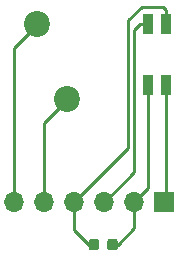
<source format=gbr>
G04 #@! TF.GenerationSoftware,KiCad,Pcbnew,(5.1.5-0-10_14)*
G04 #@! TF.CreationDate,2020-01-26T21:02:46+01:00*
G04 #@! TF.ProjectId,Cherry MX Breakout Board (Mill-Max-7305),43686572-7279-4204-9d58-20427265616b,v1*
G04 #@! TF.SameCoordinates,Original*
G04 #@! TF.FileFunction,Copper,L2,Bot*
G04 #@! TF.FilePolarity,Positive*
%FSLAX46Y46*%
G04 Gerber Fmt 4.6, Leading zero omitted, Abs format (unit mm)*
G04 Created by KiCad (PCBNEW (5.1.5-0-10_14)) date 2020-01-26 21:02:46*
%MOMM*%
%LPD*%
G04 APERTURE LIST*
%ADD10R,0.900000X1.800000*%
%ADD11C,2.200000*%
%ADD12R,1.700000X1.700000*%
%ADD13O,1.700000X1.700000*%
%ADD14C,0.100000*%
%ADD15C,0.250000*%
G04 APERTURE END LIST*
D10*
X157716000Y-102810000D03*
X159216000Y-102810000D03*
X159216000Y-108010000D03*
X157716000Y-108010000D03*
D11*
X148336000Y-102870000D03*
X150876000Y-109220000D03*
D12*
X159092000Y-117946000D03*
D13*
X156552000Y-117946000D03*
X154012000Y-117946000D03*
X151472000Y-117946000D03*
X148932000Y-117946000D03*
X146392000Y-117946000D03*
G04 #@! TA.AperFunction,SMDPad,CuDef*
D14*
G36*
X154947691Y-121046053D02*
G01*
X154968926Y-121049203D01*
X154989750Y-121054419D01*
X155009962Y-121061651D01*
X155029368Y-121070830D01*
X155047781Y-121081866D01*
X155065024Y-121094654D01*
X155080930Y-121109070D01*
X155095346Y-121124976D01*
X155108134Y-121142219D01*
X155119170Y-121160632D01*
X155128349Y-121180038D01*
X155135581Y-121200250D01*
X155140797Y-121221074D01*
X155143947Y-121242309D01*
X155145000Y-121263750D01*
X155145000Y-121776250D01*
X155143947Y-121797691D01*
X155140797Y-121818926D01*
X155135581Y-121839750D01*
X155128349Y-121859962D01*
X155119170Y-121879368D01*
X155108134Y-121897781D01*
X155095346Y-121915024D01*
X155080930Y-121930930D01*
X155065024Y-121945346D01*
X155047781Y-121958134D01*
X155029368Y-121969170D01*
X155009962Y-121978349D01*
X154989750Y-121985581D01*
X154968926Y-121990797D01*
X154947691Y-121993947D01*
X154926250Y-121995000D01*
X154488750Y-121995000D01*
X154467309Y-121993947D01*
X154446074Y-121990797D01*
X154425250Y-121985581D01*
X154405038Y-121978349D01*
X154385632Y-121969170D01*
X154367219Y-121958134D01*
X154349976Y-121945346D01*
X154334070Y-121930930D01*
X154319654Y-121915024D01*
X154306866Y-121897781D01*
X154295830Y-121879368D01*
X154286651Y-121859962D01*
X154279419Y-121839750D01*
X154274203Y-121818926D01*
X154271053Y-121797691D01*
X154270000Y-121776250D01*
X154270000Y-121263750D01*
X154271053Y-121242309D01*
X154274203Y-121221074D01*
X154279419Y-121200250D01*
X154286651Y-121180038D01*
X154295830Y-121160632D01*
X154306866Y-121142219D01*
X154319654Y-121124976D01*
X154334070Y-121109070D01*
X154349976Y-121094654D01*
X154367219Y-121081866D01*
X154385632Y-121070830D01*
X154405038Y-121061651D01*
X154425250Y-121054419D01*
X154446074Y-121049203D01*
X154467309Y-121046053D01*
X154488750Y-121045000D01*
X154926250Y-121045000D01*
X154947691Y-121046053D01*
G37*
G04 #@! TD.AperFunction*
G04 #@! TA.AperFunction,SMDPad,CuDef*
G36*
X153372691Y-121046053D02*
G01*
X153393926Y-121049203D01*
X153414750Y-121054419D01*
X153434962Y-121061651D01*
X153454368Y-121070830D01*
X153472781Y-121081866D01*
X153490024Y-121094654D01*
X153505930Y-121109070D01*
X153520346Y-121124976D01*
X153533134Y-121142219D01*
X153544170Y-121160632D01*
X153553349Y-121180038D01*
X153560581Y-121200250D01*
X153565797Y-121221074D01*
X153568947Y-121242309D01*
X153570000Y-121263750D01*
X153570000Y-121776250D01*
X153568947Y-121797691D01*
X153565797Y-121818926D01*
X153560581Y-121839750D01*
X153553349Y-121859962D01*
X153544170Y-121879368D01*
X153533134Y-121897781D01*
X153520346Y-121915024D01*
X153505930Y-121930930D01*
X153490024Y-121945346D01*
X153472781Y-121958134D01*
X153454368Y-121969170D01*
X153434962Y-121978349D01*
X153414750Y-121985581D01*
X153393926Y-121990797D01*
X153372691Y-121993947D01*
X153351250Y-121995000D01*
X152913750Y-121995000D01*
X152892309Y-121993947D01*
X152871074Y-121990797D01*
X152850250Y-121985581D01*
X152830038Y-121978349D01*
X152810632Y-121969170D01*
X152792219Y-121958134D01*
X152774976Y-121945346D01*
X152759070Y-121930930D01*
X152744654Y-121915024D01*
X152731866Y-121897781D01*
X152720830Y-121879368D01*
X152711651Y-121859962D01*
X152704419Y-121839750D01*
X152699203Y-121818926D01*
X152696053Y-121797691D01*
X152695000Y-121776250D01*
X152695000Y-121263750D01*
X152696053Y-121242309D01*
X152699203Y-121221074D01*
X152704419Y-121200250D01*
X152711651Y-121180038D01*
X152720830Y-121160632D01*
X152731866Y-121142219D01*
X152744654Y-121124976D01*
X152759070Y-121109070D01*
X152774976Y-121094654D01*
X152792219Y-121081866D01*
X152810632Y-121070830D01*
X152830038Y-121061651D01*
X152850250Y-121054419D01*
X152871074Y-121049203D01*
X152892309Y-121046053D01*
X152913750Y-121045000D01*
X153351250Y-121045000D01*
X153372691Y-121046053D01*
G37*
G04 #@! TD.AperFunction*
D15*
X159216000Y-101660000D02*
X158956000Y-101400000D01*
X159216000Y-102810000D02*
X159216000Y-101660000D01*
X157190998Y-101400000D02*
X156059990Y-102531008D01*
X158956000Y-101400000D02*
X157190998Y-101400000D01*
X156059990Y-102531008D02*
X156059990Y-113330010D01*
X156059990Y-113330010D02*
X151440000Y-117950000D01*
X152695000Y-121520000D02*
X151450000Y-120275000D01*
X153132500Y-121520000D02*
X152695000Y-121520000D01*
X151450000Y-120275000D02*
X151450000Y-118000000D01*
X156679000Y-117946000D02*
X156552000Y-117946000D01*
X157716000Y-108010000D02*
X157716000Y-116704000D01*
X157716000Y-116704000D02*
X156510000Y-117910000D01*
X155145000Y-121520000D02*
X156530000Y-120135000D01*
X154707500Y-121520000D02*
X155145000Y-121520000D01*
X156530000Y-120135000D02*
X156530000Y-118030000D01*
X148932000Y-117946000D02*
X148932000Y-111228000D01*
X148932000Y-111228000D02*
X150940000Y-109220000D01*
X146392000Y-117946000D02*
X146392000Y-104898000D01*
X146392000Y-104898000D02*
X148250000Y-103040000D01*
X159098001Y-117939999D02*
X159092000Y-117946000D01*
X158896000Y-117623000D02*
X159092000Y-117819000D01*
X158796000Y-117606000D02*
X159050000Y-117860000D01*
X159216000Y-108010000D02*
X159216000Y-117764000D01*
X159216000Y-117764000D02*
X159050000Y-117930000D01*
X157016000Y-102810000D02*
X156510000Y-103316000D01*
X157716000Y-102810000D02*
X157016000Y-102810000D01*
X156510000Y-103316000D02*
X156510000Y-115400000D01*
X156510000Y-115400000D02*
X154030000Y-117880000D01*
M02*

</source>
